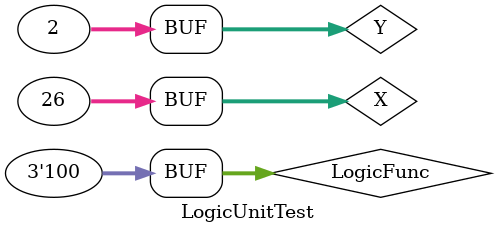
<source format=v>
`timescale 1ns / 1ps


module LogicUnitTest;

	// Inputs
	reg [31:0] X;
	reg [31:0] Y;
	reg [2:0] LogicFunc;

	// Outputs
	wire [31:0] LogicUnitOut;

	// Instantiate the Unit Under Test (UUT)
	LogicUnit uut (
		.X(X), 
		.Y(Y), 
		.LogicFunc(LogicFunc), 
		.LogicUnitOut(LogicUnitOut)
	);

	initial begin
		// Initialize Inputs
		X = 0;
		Y = 0;
		LogicFunc = 0;

		// Wait 100 ns for global reset to finish
		#100;
	end
	
	initial 
		begin
			X = 32'b011010; Y = 32'b00010; LogicFunc = 3'b000;
			#10; X = 32'b011010; Y = 32'b00010; LogicFunc = 3'b001;
			#10; X = 32'b011010; Y = 32'b00010; LogicFunc = 3'b010;
			#10; X = 32'b011010; Y = 32'b00010; LogicFunc = 3'b110;
			#10; X = 32'b011010; Y = 32'b00010; LogicFunc = 3'b100;
		end
      
endmodule


</source>
